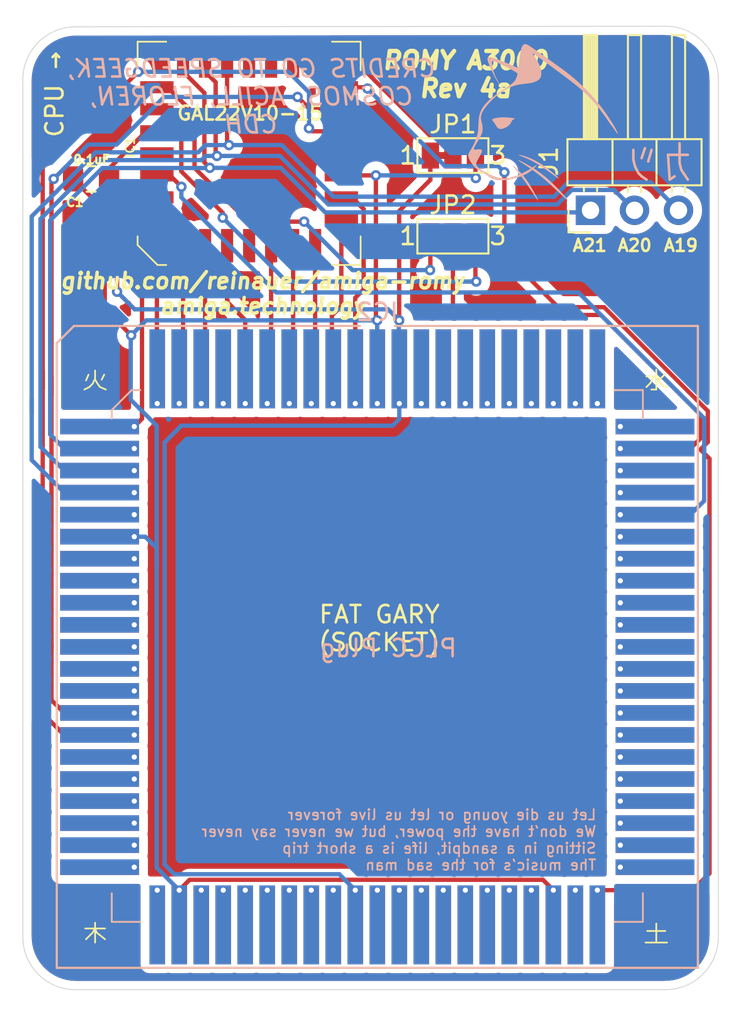
<source format=kicad_pcb>
(kicad_pcb (version 20210228) (generator pcbnew)
  (layers (0 "F.Cu" signal) (31 "B.Cu" signal) (34 "B.Paste" user) (35 "F.Paste" user) (36 "B.SilkS" user "B.Silkscreen") (37 "F.SilkS" user "F.Silkscreen") (38 "B.Mask" user) (39 "F.Mask" user) (44 "Edge.Cuts" user))
  (net 0 "")
  (net 1 "Net-(C1-Pad2)")
  (net 2 "Net-(C1-Pad1)")
  (net 3 "Net-(IC1-Pad25)")
  (net 4 "Net-(IC1-Pad24)")
  (net 5 "Net-(IC1-Pad23)")
  (net 9 "Net-(IC1-Pad19)")
  (net 10 "Net-(IC1-Pad18)")
  (net 11 "Net-(IC1-Pad17)")
  (net 12 "Net-(IC1-Pad16)")
  (net 14 "Net-(IC1-Pad13)")
  (net 15 "Net-(IC1-Pad12)")
  (net 16 "Net-(IC1-Pad11)")
  (net 17 "Net-(IC1-Pad10)")
  (net 18 "Net-(IC1-Pad9)")
  (net 20 "Net-(IC1-Pad7)")
  (net 21 "Net-(IC1-Pad6)")
  (net 22 "Net-(IC1-Pad5)")
  (net 23 "Net-(IC1-Pad26)")
  (net 24 "Net-(IC1-Pad27)")
  (net 25 "Net-(IC1-Pad4)")
  (net 26 "Net-(IC1-Pad3)")
  (net 27 "Net-(IC1-Pad2)")
  (net 39 "Net-(IC2-Pad73)")
  (footprint "amiga-romy:SolderJumper-3_P1.3mm_Closed_12_Pad1.0x1.5mm_NumberLabels" (layer "F.Cu") (at 109.9058 38.2778)
    (fp_text reference "JP1")
    (fp_text value "SolderJumper_3_Open")
  )
  (footprint "Capacitor_SMD:C_0805_2012Metric_Pad1.18x1.45mm_HandSolder" (layer "F.Cu") (at 89.027 39.624)
    (fp_text reference "C1")
    (fp_text value "0.1uF")
  )
  (footprint "Connector_PinHeader_2.54mm:PinHeader_1x03_P2.54mm_Horizontal" (layer "F.Cu") (at 117.8456 41.4336 90)
    (fp_text reference "J1")
    (fp_text value "Conn_01x03_Male")
  )
  (footprint "amiga-romy:SolderJumper-3_P1.3mm_Closed_23_Pad1.0x1.5mm_NumberLabels" (layer "F.Cu") (at 109.9058 42.926)
    (fp_text reference "JP2")
    (fp_text value "SolderJumper_3_Open")
  )
  (footprint "Package_LCC:PLCC-28" (layer "F.Cu") (at 98.1456 38.1508 90)
    (fp_text reference "IC1")
    (fp_text value "GAL22V10")
  )
  (footprint "amiga-romy:APW9328TH" (layer "B.Cu") (at 105.5418 66.5982 180)
    (fp_text reference "IC2")
    (fp_text value "FAT_GARY")
  )
  (gr_poly (pts (xy 114.012422 31.86465) (xy 114.009376 31.866259) (xy 114.006081 31.86816) (xy 114.00257 31.870332) (xy 113.998873 31.872753) (xy 113.995023 31.875402) (xy 113.991052 31.878256) (xy 113.986993 31.881294) (xy 113.982877 31.884494) (xy 113.978735 31.887835) (xy 113.974601 31.891295) (xy 113.970507 31.894852) (xy 113.966483 31.898484) (xy 113.962563 31.90217) (xy 113.958779 31.905888) (xy 113.955162 31.909616) (xy 113.951744 31.913333) (xy 113.942836 31.92332) (xy 113.934226 31.933882) (xy 113.925895 31.945094) (xy 113.917828 31.957034) (xy 113.910006 31.969776) (xy 113.902414 31.983395) (xy 113.895033 31.997966) (xy 113.887847 32.013567) (xy 113.880839 32.030271) (xy 113.873992 32.048154) (xy 113.860711 32.08776) (xy 113.847868 32.132989) (xy 113.835327 32.184443) (xy 113.822952 32.242728) (xy 113.810605 32.308445) (xy 113.798151 32.382199) (xy 113.785453 32.464593) (xy 113.772375 32.556231) (xy 113.75878 32.657717) (xy 113.729494 32.892645) (xy 113.713619 33.021927) (xy 113.699861 33.128389) (xy 113.689806 33.201116) (xy 113.685044 33.229195) (xy 113.684556 33.229423) (xy 113.683629 33.229449) (xy 113.680502 33.228915) (xy 113.675755 33.22763) (xy 113.669478 33.225634) (xy 113.652699 33.219657) (xy 113.630892 33.211291) (xy 113.604787 33.200842) (xy 113.575109 33.188614) (xy 113.542588 33.174915) (xy 113.507949 33.160051) (xy 113.053517 32.965218) (xy 112.747449 32.838582) (xy 112.627211 32.791721) (xy 112.516655 32.750972) (xy 112.288044 32.673217) (xy 112.249157 32.661049) (xy 112.207269 32.649162) (xy 112.164206 32.63797) (xy 112.121797 32.627885) (xy 112.081869 32.619322) (xy 112.046248 32.612694) (xy 112.016762 32.608414) (xy 112.004891 32.607283) (xy 111.995238 32.606895) (xy 111.988799 32.607098) (xy 111.982217 32.60769) (xy 111.975551 32.608648) (xy 111.968857 32.609949) (xy 111.962192 32.611567) (xy 111.955613 32.613481) (xy 111.949176 32.615665) (xy 111.942939 32.618096) (xy 111.936958 32.62075) (xy 111.93129 32.623604) (xy 111.925993 32.626633) (xy 111.921122 32.629814) (xy 111.916735 32.633124) (xy 111.912888 32.636538) (xy 111.909639 32.640032) (xy 111.907044 32.643583) (xy 111.905708 32.645923) (xy 111.90448 32.648569) (xy 111.902339 32.654729) (xy 111.900616 32.661964) (xy 111.899305 32.670174) (xy 111.898398 32.679261) (xy 111.897891 32.689125) (xy 111.897776 32.699667) (xy 111.898048 32.710788) (xy 111.8987 32.722388) (xy 111.899726 32.734369) (xy 111.901121 32.746631) (xy 111.902877 32.759074) (xy 111.904988 32.771601) (xy 111.907449 32.784111) (xy 111.910253 32.796505) (xy 111.913394 32.808684) (xy 111.927522 32.85525) (xy 111.945588 32.908429) (xy 111.992085 33.031441) (xy 112.049993 33.171353) (xy 112.116417 33.321799) (xy 112.188464 33.476412) (xy 112.263239 33.628826) (xy 112.337849 33.772674) (xy 112.409399 33.901589) (xy 112.442913 33.957272) (xy 112.47947 34.014732) (xy 112.516754 34.07072) (xy 112.552451 34.121987) (xy 112.584245 34.165284) (xy 112.609821 34.19736) (xy 112.619554 34.208176) (xy 112.626865 34.214968) (xy 112.629521 34.216728) (xy 112.631463 34.21733) (xy 112.632655 34.216723) (xy 112.63306 34.214856) (xy 112.632719 34.213502) (xy 112.631715 34.211066) (xy 112.627857 34.203192) (xy 112.62175 34.191713) (xy 112.613658 34.177109) (xy 112.603846 34.159858) (xy 112.592579 34.140442) (xy 112.580122 34.119339) (xy 112.566738 34.097028) (xy 112.496496 33.976373) (xy 112.435009 33.864018) (xy 112.381509 33.758147) (xy 112.357514 33.707073) (xy 112.335228 33.656938) (xy 112.314554 33.607514) (xy 112.295396 33.558574) (xy 112.277658 33.50989) (xy 112.261244 33.461234) (xy 112.246058 33.412381) (xy 112.232003 33.363102) (xy 112.218984 33.313169) (xy 112.206905 33.262356) (xy 112.19024 33.183831) (xy 112.177305 33.112525) (xy 112.168123 33.048775) (xy 112.164947 33.01984) (xy 112.16272 32.992922) (xy 112.161443 32.968062) (xy 112.16112 32.945304) (xy 112.161754 32.924689) (xy 112.163348 32.90626) (xy 112.165905 32.890059) (xy 112.169429 32.876129) (xy 112.173922 32.864512) (xy 112.179388 32.85525) (xy 112.18124 32.852871) (xy 112.183223 32.850628) (xy 112.185336 32.848523) (xy 112.187577 32.846553) (xy 112.189945 32.844721) (xy 112.192439 32.843026) (xy 112.195057 32.841468) (xy 112.197799 32.840048) (xy 112.200663 32.838765) (xy 112.203647 32.837619) (xy 112.206751 32.836611) (xy 112.209973 32.835741) (xy 112.213311 32.835009) (xy 112.216765 32.834416) (xy 112.220334 32.83396) (xy 112.224015 32.833643) (xy 112.227808 32.833464) (xy 112.231711 32.833424) (xy 112.235723 32.833522) (xy 112.239843 32.83376) (xy 112.244069 32.834136) (xy 112.248401 32.834652) (xy 112.257374 32.836101) (xy 112.266753 32.838108) (xy 112.276526 32.840675) (xy 112.286684 32.843801) (xy 112.297216 32.847489) (xy 112.356648 32.871247) (xy 112.442208 32.908696) (xy 112.547347 32.956729) (xy 112.665516 33.012236) (xy 112.914754 33.133239) (xy 113.032725 33.192517) (xy 113.137533 33.246833) (xy 113.23406 33.29877) (xy 113.325685 33.349856) (xy 113.40995 33.398576) (xy 113.484402 33.443419) (xy 113.546583 33.482871) (xy 113.594038 33.515419) (xy 113.611476 33.528631) (xy 113.624312 33.53955) (xy 113.632239 33.547986) (xy 113.634949 33.55375) (xy 113.634827 33.555419) (xy 113.634469 33.558008) (xy 113.633086 33.565723) (xy 113.630894 33.576447) (xy 113.627982 33.589734) (xy 113.624442 33.605138) (xy 113.620364 33.622211) (xy 113.61584 33.640509) (xy 113.610961 33.659584) (xy 113.600275 33.699038) (xy 113.589039 33.736302) (xy 113.577133 33.771565) (xy 113.564438 33.805016) (xy 113.550833 33.836848) (xy 113.536199 33.867249) (xy 113.520416 33.896409) (xy 113.503363 33.92452) (xy 113.484922 33.951771) (xy 113.464971 33.978352) (xy 113.443392 34.004453) (xy 113.420064 34.030265) (xy 113.394867 34.055978) (xy 113.367682 34.081782) (xy 113.338388 34.107867) (xy 113.306866 34.134423) (xy 113.272127 34.162434) (xy 113.237446 34.189445) (xy 113.199177 34.218027) (xy 113.153672 34.250751) (xy 113.097287 34.290189) (xy 113.026375 34.338913) (xy 112.826383 34.474501) (xy 112.643039 34.599099) (xy 112.48808 34.706242) (xy 112.357214 34.799182) (xy 112.246151 34.881165) (xy 112.1506 34.955443) (xy 112.066268 35.025264) (xy 111.988865 35.093878) (xy 111.914099 35.164534) (xy 111.878621 35.199822) (xy 111.844419 35.235307) (xy 111.811496 35.270986) (xy 111.779856 35.306858) (xy 111.749502 35.342919) (xy 111.720437 35.379169) (xy 111.692663 35.415604) (xy 111.666185 35.452224) (xy 111.641004 35.489026) (xy 111.617125 35.526007) (xy 111.59455 35.563166) (xy 111.573283 35.600501) (xy 111.553326 35.638009) (xy 111.534683 35.67569) (xy 111.517356 35.713539) (xy 111.501349 35.751556) (xy 111.485793 35.79161) (xy 111.471618 35.830589) (xy 111.458752 35.868957) (xy 111.447121 35.907175) (xy 111.436651 35.945708) (xy 111.42727 35.985018) (xy 111.418904 36.025568) (xy 111.411479 36.067821) (xy 111.404923 36.112241) (xy 111.399161 36.15929) (xy 111.394121 36.209431) (xy 111.389728 36.263128) (xy 111.385911 36.320843) (xy 111.382594 36.383039) (xy 111.377172 36.522728) (xy 111.374101 36.606049) (xy 111.370601 36.679306) (xy 111.366506 36.744147) (xy 111.361649 36.802216) (xy 111.355867 36.855159) (xy 111.348993 36.904621) (xy 111.340863 36.952247) (xy 111.33131 36.999684) (xy 111.318799 37.053878) (xy 111.304604 37.109159) (xy 111.288814 37.165306) (xy 111.271515 37.222099) (xy 111.232737 37.336742) (xy 111.188965 37.451328) (xy 111.140893 37.564094) (xy 111.089217 37.67328) (xy 111.062244 37.72598) (xy 111.03463 37.777125) (xy 111.006462 37.826494) (xy 110.977827 37.873867) (xy 110.902697 37.9953) (xy 110.877356 38.037144) (xy 110.858324 38.06957) (xy 110.844219 38.094953) (xy 110.833662 38.115663) (xy 110.825271 38.134075) (xy 110.817666 38.152561) (xy 110.810119 38.173215) (xy 110.803891 38.1937) (xy 110.798994 38.214113) (xy 110.795441 38.234549) (xy 110.793244 38.255106) (xy 110.792415 38.275878) (xy 110.792967 38.296962) (xy 110.794912 38.318455) (xy 110.798263 38.340452) (xy 110.803031 38.36305) (xy 110.80923 38.386344) (xy 110.816872 38.410431) (xy 110.825969 38.435407) (xy 110.836534 38.461368) (xy 110.848579 38.488409) (xy 110.862116 38.516628) (xy 110.876459 38.545031) (xy 110.891926 38.573825) (xy 110.908451 38.602921) (xy 110.925969 38.632229) (xy 110.944412 38.661662) (xy 110.963716 38.691129) (xy 110.983813 38.720543) (xy 111.004638 38.749814) (xy 111.026125 38.778854) (xy 111.048206 38.807573) (xy 111.070817 38.835884) (xy 111.093891 38.863695) (xy 111.117362 38.89092) (xy 111.141163 38.917469) (xy 111.165229 38.943253) (xy 111.189494 38.968183) (xy 111.211859 38.990182) (xy 111.233579 39.010754) (xy 111.25485 39.030028) (xy 111.275869 39.048132) (xy 111.296835 39.065194) (xy 111.317945 39.081343) (xy 111.339396 39.096706) (xy 111.361385 39.111412) (xy 111.38411 39.125588) (xy 111.407768 39.139364) (xy 111.432557 39.152867) (xy 111.458674 39.166225) (xy 111.486317 39.179566) (xy 111.515682 39.193019) (xy 111.546968 39.206712) (xy 111.580372 39.220773) (xy 111.617354 39.23645) (xy 111.633961 39.243965) (xy 111.649615 39.251465) (xy 111.664547 39.259096) (xy 111.678983 39.267009) (xy 111.693152 39.275351) (xy 111.707283 39.284273) (xy 111.721605 39.293922) (xy 111.736345 39.304447) (xy 111.751732 39.315998) (xy 111.767994 39.328723) (xy 111.78536 39.342771) (xy 111.804059 39.35829) (xy 111.846366 39.394339) (xy 111.883577 39.42565) (xy 111.919922 39.454817) (xy 111.955573 39.481933) (xy 111.990707 39.507085) (xy 112.025498 39.530365) (xy 112.06012 39.551862) (xy 112.094749 39.571666) (xy 112.129558 39.589867) (xy 112.164723 39.606554) (xy 112.200419 39.621819) (xy 112.236819 39.635751) (xy 112.274098 39.648439) (xy 112.312432 39.659973) (xy 112.351994 39.670444) (xy 112.392961 39.679942) (xy 112.435505 39.688556) (xy 112.456285 39.69178) (xy 112.481954 39.694575) (xy 112.545428 39.698875) (xy 112.620858 39.701455) (xy 112.703175 39.702315) (xy 112.787311 39.701455) (xy 112.868198 39.698875) (xy 112.940767 39.694575) (xy 112.999949 39.688556) (xy 113.091458 39.675017) (xy 113.183008 39.659352) (xy 113.273979 39.641687) (xy 113.363752 39.622146) (xy 113.451705 39.600851) (xy 113.537219 39.577927) (xy 113.619674 39.553499) (xy 113.69845 39.52769) (xy 113.833211 39.481828) (xy 113.8363 39.482341) (xy 113.841039 39.485424) (xy 113.855291 39.499048) (xy 113.87561 39.522198) (xy 113.901638 39.554368) (xy 113.969401 39.643753) (xy 114.055725 39.763168) (xy 114.157759 39.908579) (xy 114.27265 40.07595) (xy 114.397546 40.261246) (xy 114.529594 40.460434) (xy 114.674993 40.680534) (xy 114.763045 40.810478) (xy 114.79005 40.848028) (xy 114.808101 40.870703) (xy 114.814329 40.877262) (xy 114.818992 40.881059) (xy 114.822313 40.882416) (xy 114.824516 40.881651) (xy 114.82512 40.880704) (xy 114.825476 40.879321) (xy 114.825586 40.877503) (xy 114.825449 40.875252) (xy 114.82444 40.869457) (xy 114.822455 40.86195) (xy 114.819498 40.852744) (xy 114.815574 40.841851) (xy 114.810689 40.829287) (xy 114.804849 40.815064) (xy 114.798057 40.799195) (xy 114.79032 40.781695) (xy 114.772029 40.741851) (xy 114.750018 40.695642) (xy 114.724327 40.643173) (xy 114.645067 40.487817) (xy 114.561201 40.333115) (xy 114.473415 40.180181) (xy 114.382397 40.030134) (xy 114.288833 39.884088) (xy 114.193408 39.74316) (xy 114.096809 39.608466) (xy 113.999722 39.481123) (xy 113.959505 39.430323) (xy 114.066749 39.37529) (xy 114.115692 39.349627) (xy 114.1605 39.325162) (xy 114.202133 39.30131) (xy 114.241551 39.277482) (xy 114.279711 39.253092) (xy 114.317574 39.227553) (xy 114.356099 39.200277) (xy 114.396244 39.170679) (xy 114.43043 39.145245) (xy 114.459126 39.124376) (xy 114.470527 39.116335) (xy 114.479488 39.110254) (xy 114.485655 39.106405) (xy 114.487579 39.105403) (xy 114.488672 39.105061) (xy 114.492629 39.10698) (xy 114.501282 39.112508) (xy 114.530818 39.133019) (xy 114.573566 39.163849) (xy 114.625814 39.202252) (xy 114.743961 39.290799) (xy 114.802436 39.335453) (xy 114.85556 39.3767) (xy 114.981539 39.476655) (xy 115.099804 39.57322) (xy 115.220896 39.675771) (xy 115.355359 39.793684) (xy 115.513732 39.936336) (xy 115.70656 40.113102) (xy 116.237744 40.606484) (xy 116.328627 40.690696) (xy 116.402172 40.757363) (xy 116.458965 40.806931) (xy 116.481263 40.825442) (xy 116.499593 40.839846) (xy 116.514029 40.850199) (xy 116.524645 40.856556) (xy 116.531512 40.858974) (xy 116.533564 40.858723) (xy 116.534706 40.857507) (xy 116.534947 40.855335) (xy 116.534298 40.852212) (xy 116.530363 40.843145) (xy 116.522975 40.830362) (xy 116.512205 40.813917) (xy 116.49195 40.785434) (xy 116.466877 40.752373) (xy 116.403715 40.674118) (xy 116.325587 40.582353) (xy 116.235363 40.480278) (xy 116.135911 40.371091) (xy 116.030101 40.257994) (xy 115.920802 40.144186) (xy 115.810883 40.032867) (xy 115.671107 39.895498) (xy 115.536036 39.767876) (xy 115.403429 39.648109) (xy 115.271045 39.534304) (xy 115.136643 39.424567) (xy 114.997984 39.317004) (xy 114.852825 39.209723) (xy 114.698927 39.100829) (xy 114.657476 39.072661) (xy 114.622375 39.049058) (xy 114.597327 39.032466) (xy 114.586038 39.025334) (xy 114.585593 39.025121) (xy 114.585315 39.024751) (xy 114.585201 39.024225) (xy 114.585249 39.023548) (xy 114.585455 39.022721) (xy 114.585817 39.021749) (xy 114.586332 39.020635) (xy 114.586997 39.019381) (xy 114.588769 39.016466) (xy 114.591111 39.013031) (xy 114.594 39.009099) (xy 114.597415 39.004696) (xy 114.601335 38.999847) (xy 114.605737 38.994576) (xy 114.610601 38.988908) (xy 114.615903 38.982868) (xy 114.621623 38.976481) (xy 114.627739 38.969771) (xy 114.634229 38.962764) (xy 114.641072 38.955484) (xy 114.664301 38.93098) (xy 114.685092 38.908013) (xy 114.703121 38.886998) (xy 114.718065 38.868348) (xy 114.72428 38.860039) (xy 114.729604 38.852476) (xy 114.733995 38.84571) (xy 114.737413 38.839795) (xy 114.739818 38.834781) (xy 114.741171 38.830719) (xy 114.74144 38.829062) (xy 114.74143 38.827663) (xy 114.741137 38.826527) (xy 114.740555 38.825662) (xy 114.739772 38.824997) (xy 114.73887 38.824463) (xy 114.737838 38.824066) (xy 114.736666 38.823811) (xy 114.735342 38.823706) (xy 114.733855 38.823756) (xy 114.732193 38.823969) (xy 114.730347 38.82435) (xy 114.728303 38.824905) (xy 114.726053 38.825642) (xy 114.723584 38.826566) (xy 114.720885 38.827683) (xy 114.717945 38.829001) (xy 114.714754 38.830524) (xy 114.711299 38.832261) (xy 114.70757 38.834216) (xy 114.699246 38.83881) (xy 114.689692 38.844355) (xy 114.678819 38.850902) (xy 114.666538 38.858503) (xy 114.652761 38.867207) (xy 114.637398 38.877066) (xy 114.620361 38.88813) (xy 114.601561 38.90045) (xy 114.494316 38.970301) (xy 114.412472 38.920206) (xy 114.309425 38.859524) (xy 114.198622 38.796833) (xy 114.085472 38.734952) (xy 113.97538 38.676701) (xy 113.873755 38.624899) (xy 113.786005 38.582366) (xy 113.717535 38.551921) (xy 113.692221 38.542113) (xy 113.673755 38.536384) (xy 113.652588 38.531445) (xy 113.666699 38.546968) (xy 113.671008 38.55155) (xy 113.676366 38.556637) (xy 113.682929 38.562338) (xy 113.690854 38.568762) (xy 113.700295 38.576017) (xy 113.71141 38.584211) (xy 113.724354 38.593454) (xy 113.739283 38.603853) (xy 113.775723 38.628554) (xy 113.821977 38.659183) (xy 113.879293 38.69661) (xy 113.948922 38.7417) (xy 114.117538 38.850764) (xy 114.258043 38.943225) (xy 114.35423 39.008301) (xy 114.38064 39.027201) (xy 114.389894 39.035212) (xy 114.389179 39.036311) (xy 114.387079 39.038132) (xy 114.378983 39.04379) (xy 114.349038 39.062166) (xy 114.304243 39.088033) (xy 114.248783 39.119084) (xy 114.18684 39.153013) (xy 114.122599 39.187512) (xy 114.060242 39.220275) (xy 114.003955 39.248995) (xy 113.907294 39.296884) (xy 113.877352 39.311404) (xy 113.865666 39.316728) (xy 113.864865 39.316142) (xy 113.863026 39.314423) (xy 113.85645 39.30781) (xy 113.846368 39.297344) (xy 113.833211 39.283479) (xy 113.799388 39.247375) (xy 113.758422 39.203134) (xy 113.702482 39.143844) (xy 113.643879 39.084545) (xy 113.58531 39.027678) (xy 113.529469 38.97568) (xy 113.479052 38.930992) (xy 113.436754 38.896052) (xy 113.419493 38.882999) (xy 113.405272 38.873299) (xy 113.394428 38.867255) (xy 113.390378 38.865699) (xy 113.387299 38.865173) (xy 113.385265 38.865288) (xy 113.384365 38.865439) (xy 113.383545 38.865657) (xy 113.382811 38.865948) (xy 113.382164 38.866315) (xy 113.381607 38.866764) (xy 113.381145 38.867297) (xy 113.38078 38.867921) (xy 113.380514 38.868638) (xy 113.380352 38.869454) (xy 113.380295 38.870372) (xy 113.380348 38.871398) (xy 113.380513 38.872535) (xy 113.380793 38.873788) (xy 113.381192 38.875161) (xy 113.382357 38.878285) (xy 113.384032 38.881942) (xy 113.386242 38.886166) (xy 113.389011 38.890994) (xy 113.392364 38.89646) (xy 113.396326 38.902598) (xy 113.400921 38.909443) (xy 113.406173 38.917031) (xy 113.412108 38.925396) (xy 113.418749 38.934573) (xy 113.426121 38.944597) (xy 113.434249 38.955503) (xy 113.452871 38.9801) (xy 113.474811 39.008643) (xy 113.500264 39.041411) (xy 113.529428 39.078683) (xy 113.562498 39.120739) (xy 113.599672 39.167856) (xy 113.658376 39.242965) (xy 113.706299 39.305175) (xy 113.738479 39.347938) (xy 113.747115 39.359981) (xy 113.749955 39.364706) (xy 113.747289 39.366829) (xy 113.740367 39.37044) (xy 113.715449 39.381474) (xy 113.678592 39.396494) (xy 113.633185 39.414183) (xy 113.58262 39.433229) (xy 113.530285 39.452316) (xy 113.47957 39.47013) (xy 113.433866 39.485356) (xy 113.370695 39.504911) (xy 113.308407 39.522301) (xy 113.246941 39.53753) (xy 113.186238 39.550598) (xy 113.126238 39.561508) (xy 113.066881 39.570263) (xy 113.008106 39.576863) (xy 112.949855 39.581312) (xy 112.892067 39.58361) (xy 112.834681 39.583762) (xy 112.777639 39.581767) (xy 112.72088 39.577629) (xy 112.664344 39.57135) (xy 112.607972 39.562931) (xy 112.551703 39.552375) (xy 112.495477 39.539684) (xy 112.423239 39.52022) (xy 112.347517 39.496485) (xy 112.269063 39.468872) (xy 112.188627 39.437775) (xy 112.106958 39.403585) (xy 112.024808 39.366696) (xy 111.942927 39.3275) (xy 111.862065 39.286389) (xy 111.782972 39.243758) (xy 111.706399 39.199997) (xy 111.633096 39.155501) (xy 111.563813 39.110662) (xy 111.499301 39.065872) (xy 111.440311 39.021525) (xy 111.387591 38.978013) (xy 111.341894 38.935729) (xy 111.327494 38.921048) (xy 111.314439 38.906854) (xy 111.302701 38.893072) (xy 111.292251 38.879626) (xy 111.283063 38.86644) (xy 111.275107 38.853439) (xy 111.268357 38.840547) (xy 111.262783 38.82769) (xy 111.260429 38.821251) (xy 111.258359 38.814791) (xy 111.25657 38.808303) (xy 111.255057 38.801776) (xy 111.253817 38.795201) (xy 111.252848 38.788568) (xy 111.251704 38.775093) (xy 111.251598 38.761275) (xy 111.252502 38.747038) (xy 111.254388 38.732307) (xy 111.257227 38.717006) (xy 111.259744 38.706697) (xy 111.263307 38.694862) (xy 111.267887 38.681562) (xy 111.273455 38.666856) (xy 111.279982 38.650808) (xy 111.287439 38.633476) (xy 111.305029 38.595209) (xy 111.325991 38.552544) (xy 111.350096 38.505968) (xy 111.377111 38.455968) (xy 111.406805 38.403034) (xy 111.462398 38.303635) (xy 111.506399 38.221011) (xy 111.524295 38.185342) (xy 111.539584 38.153089) (xy 111.552365 38.123993) (xy 111.562733 38.097793) (xy 111.570786 38.07423) (xy 111.576621 38.053046) (xy 111.580335 38.033981) (xy 111.582025 38.016775) (xy 111.581789 38.001169) (xy 111.579724 37.986903) (xy 111.575926 37.973719) (xy 111.570494 37.961356) (xy 111.568073 37.956909) (xy 111.565432 37.952696) (xy 111.562556 37.948714) (xy 111.559432 37.944961) (xy 111.556047 37.941435) (xy 111.552385 37.938134) (xy 111.548434 37.935055) (xy 111.544179 37.932197) (xy 111.539607 37.929556) (xy 111.534704 37.927131) (xy 111.529455 37.924921) (xy 111.523849 37.922921) (xy 111.517869 37.921131) (xy 111.511503 37.919548) (xy 111.504737 37.91817) (xy 111.497557 37.916994) (xy 111.489949 37.916019) (xy 111.481899 37.915242) (xy 111.473394 37.914662) (xy 111.464419 37.914275) (xy 111.454962 37.91408) (xy 111.445007 37.914075) (xy 111.434541 37.914257) (xy 111.423551 37.914624) (xy 111.399941 37.915905) (xy 111.374067 37.9179) (xy 111.345818 37.920591) (xy 111.315083 37.923962) (xy 111.273879 37.928257) (xy 111.238001 37.931072) (xy 111.207282 37.932383) (xy 111.193805 37.932466) (xy 111.181556 37.932164) (xy 111.170515 37.931473) (xy 111.16066 37.93039) (xy 111.151971 37.928913) (xy 111.144426 37.927037) (xy 111.138007 37.924761) (xy 111.132691 37.922081) (xy 111.128458 37.918993) (xy 111.125288 37.915495) (xy 111.122886 37.912003) (xy 111.120844 37.908257) (xy 111.119172 37.904237) (xy 111.11788 37.899922) (xy 111.116976 37.89529) (xy 111.11647 37.89032) (xy 111.116372 37.88499) (xy 111.116689 37.87928) (xy 111.117433 37.873168) (xy 111.118612 37.866632) (xy 111.120235 37.859652) (xy 111.122312 37.852206) (xy 111.124852 37.844272) (xy 111.127864 37.83583) (xy 111.131358 37.826858) (xy 111.135342 37.817335) (xy 111.144822 37.796549) (xy 111.156377 37.773302) (xy 111.170081 37.747424) (xy 111.18601 37.718744) (xy 111.204237 37.687092) (xy 111.224838 37.652297) (xy 111.247885 37.614188) (xy 111.273455 37.572595) (xy 111.33636 37.469286) (xy 111.390665 37.377421) (xy 111.437166 37.295477) (xy 111.476655 37.221934) (xy 111.509926 37.15527) (xy 111.537774 37.093964) (xy 111.560991 37.036494) (xy 111.580372 36.98134) (xy 111.591823 36.944569) (xy 111.600943 36.912471) (xy 111.604706 36.897628) (xy 111.607979 36.883299) (xy 111.610794 36.869266) (xy 111.61318 36.85531) (xy 111.615169 36.841213) (xy 111.616793 36.826758) (xy 111.618082 36.811726) (xy 111.619067 36.7959) (xy 111.620249 36.76099) (xy 111.620588 36.720284) (xy 111.620266 36.678717) (xy 111.619067 36.642276) (xy 111.61803 36.625182) (xy 111.616644 36.608415) (xy 111.614866 36.591656) (xy 111.612651 36.574587) (xy 111.609956 36.556889) (xy 111.606739 36.538245) (xy 111.598562 36.496843) (xy 111.587772 36.447835) (xy 111.574022 36.388673) (xy 111.561599 36.334479) (xy 111.551234 36.286775) (xy 111.542805 36.244843) (xy 111.536186 36.207962) (xy 111.531254 36.175414) (xy 111.527885 36.14648) (xy 111.525954 36.120439) (xy 111.525338 36.096573) (xy 111.526798 36.055397) (xy 111.531229 36.013788) (xy 111.53871 35.971597) (xy 111.549316 35.928672) (xy 111.563127 35.884863) (xy 111.580219 35.840018) (xy 111.60067 35.793986) (xy 111.624557 35.746617) (xy 111.651958 35.69776) (xy 111.682951 35.647263) (xy 111.717613 35.594977) (xy 111.756022 35.540749) (xy 111.798254 35.48443) (xy 111.844389 35.425867) (xy 111.894502 35.364912) (xy 111.948672 35.301411) (xy 111.989365 35.256417) (xy 112.039666 35.203262) (xy 112.096681 35.144832) (xy 112.157516 35.084012) (xy 112.219277 35.023689) (xy 112.27907 34.966747) (xy 112.334001 34.916072) (xy 112.381177 34.87455) (xy 112.452452 34.815176) (xy 112.525128 34.75777) (xy 112.599023 34.702431) (xy 112.67395 34.649258) (xy 112.749724 34.59835) (xy 112.826161 34.549807) (xy 112.903075 34.503729) (xy 112.980282 34.460213) (xy 113.057596 34.41936) (xy 113.134833 34.381268) (xy 113.211807 34.346037) (xy 113.288334 34.313766) (xy 113.364228 34.284554) (xy 113.439305 34.258501) (xy 113.513379 34.235706) (xy 113.586266 34.216267) (xy 113.633731 34.205218) (xy 113.680766 34.195211) (xy 113.728794 34.18603) (xy 113.779236 34.177462) (xy 113.833514 34.16929) (xy 113.893051 34.1613) (xy 113.959268 34.153277) (xy 114.033588 34.145006) (xy 114.140905 34.133096) (xy 114.232643 34.121954) (xy 114.311153 34.11116) (xy 114.378781 34.100291) (xy 114.437877 34.088927) (xy 114.490788 34.076644) (xy 114.539863 34.063022) (xy 114.587449 34.047639) (xy 114.638234 34.029517) (xy 114.682314 34.012329) (xy 114.702182 34.003901) (xy 114.720787 33.995487) (xy 114.738265 33.987014) (xy 114.754754 33.978407) (xy 114.770392 33.969593) (xy 114.785315 33.960499) (xy 114.799662 33.951052) (xy 114.813569 33.941178) (xy 114.827175 33.930803) (xy 114.840616 33.919855) (xy 114.85403 33.90826) (xy 114.867555 33.895945) (xy 114.878405 33.885606) (xy 114.888741 33.875212) (xy 114.898577 33.864742) (xy 114.907926 33.854174) (xy 114.916805 33.843486) (xy 114.925226 33.832656) (xy 114.933205 33.821663) (xy 114.940757 33.810484) (xy 114.947894 33.7991) (xy 114.954633 33.787486) (xy 114.960988 33.775623) (xy 114.966972 33.763488) (xy 114.972601 33.751059) (xy 114.977889 33.738315) (xy 114.98285 33.725234) (xy 114.9875 33.711795) (xy 114.99318 33.693723) (xy 114.995546 33.685542) (xy 114.99762 33.677686) (xy 114.999421 33.66997) (xy 115.000969 33.66221) (xy 115.00228 33.654224) (xy 115.003375 33.645825) (xy 115.004271 33.636832) (xy 115.004987 33.627059) (xy 115.005542 33.616323) (xy 115.005954 33.60444) (xy 115.006426 33.576496) (xy 115.00655 33.541756) (xy 115.006106 33.494368) (xy 115.0053 33.472148) (xy 115.004058 33.450651) (xy 115.002345 33.429683) (xy 115.000125 33.409051) (xy 114.997364 33.388559) (xy 114.994026 33.368013) (xy 114.990076 33.347219) (xy 114.985479 33.325982) (xy 114.9802 33.30411) (xy 114.974204 33.281406) (xy 114.959919 33.232728) (xy 114.942344 33.178395) (xy 114.931357 33.146335) (xy 114.919765 33.114601) (xy 114.907476 33.083022) (xy 114.894399 33.051428) (xy 114.880442 33.019647) (xy 114.865511 32.98751) (xy 114.849517 32.954846) (xy 114.832365 32.921484) (xy 114.813966 32.887254) (xy 114.794225 32.851986) (xy 114.750356 32.77765) (xy 114.70002 32.697113) (xy 114.642483 32.609011) (xy 114.575687 32.507081) (xy 114.553322 32.472114) (xy 114.537267 32.446028) (xy 114.526734 32.427482) (xy 114.52094 32.415138) (xy 114.519574 32.410873) (xy 114.519097 32.407655) (xy 114.519413 32.405318) (xy 114.520422 32.403695) (xy 114.522682 32.40255) (xy 114.526207 32.402462) (xy 114.531078 32.403486) (xy 114.537371 32.405676) (xy 114.545168 32.409089) (xy 114.554547 32.413781) (xy 114.578365 32.427221) (xy 114.60946 32.44644) (xy 114.648463 32.471883) (xy 114.696008 32.503994) (xy 114.752726 32.543218) (xy 114.81925 32.59) (xy 114.896213 32.644783) (xy 115.083984 32.780131) (xy 115.3211 32.952818) (xy 115.612622 33.1664) (xy 116.394564 33.745242) (xy 116.694143 33.972875) (xy 116.945857 34.1697) (xy 117.159504 34.343507) (xy 117.344882 34.502083) (xy 117.511788 34.653218) (xy 117.670022 34.8047) (xy 117.779935 34.91464) (xy 117.883507 35.022232) (xy 117.982797 35.12989) (xy 118.079862 35.240028) (xy 118.176761 35.355061) (xy 118.275554 35.477403) (xy 118.378299 35.609469) (xy 118.487055 35.753673) (xy 118.575184 35.873308) (xy 118.675086 36.01173) (xy 118.814676 36.208095) (xy 119.021866 36.501562) (xy 119.175942 36.717969) (xy 119.239998 36.805841) (xy 119.295092 36.879739) (xy 119.340992 36.93935) (xy 119.377466 36.98436) (xy 119.404282 37.014453) (xy 119.413997 37.023809) (xy 119.42121 37.029317) (xy 119.423825 37.031042) (xy 119.426122 37.032502) (xy 119.428112 37.033678) (xy 119.428997 37.034154) (xy 119.42981 37.034553) (xy 119.430552 37.034873) (xy 119.431226 37.035111) (xy 119.431832 37.035264) (xy 119.432373 37.035332) (xy 119.43285 37.035311) (xy 119.433264 37.0352) (xy 119.433617 37.034996) (xy 119.433911 37.034697) (xy 119.434147 37.034301) (xy 119.434326 37.033805) (xy 119.434451 37.033208) (xy 119.434523 37.032507) (xy 119.434543 37.0317) (xy 119.434512 37.030786) (xy 119.434433 37.02976) (xy 119.434308 37.028623) (xy 119.433921 37.026001) (xy 119.433365 37.022902) (xy 119.432652 37.01931) (xy 119.431794 37.015206) (xy 119.429474 37.006737) (xy 119.425007 36.99452) (xy 119.410308 36.960184) (xy 119.389043 36.914883) (xy 119.362562 36.861307) (xy 119.33221 36.802141) (xy 119.299337 36.740072) (xy 119.26529 36.677789) (xy 119.231416 36.617978) (xy 119.121439 36.431753) (xy 119.005747 36.245842) (xy 118.88463 36.060592) (xy 118.758374 35.876351) (xy 118.62727 35.693466) (xy 118.491604 35.512285) (xy 118.351666 35.333153) (xy 118.207743 35.15642) (xy 118.060125 34.982432) (xy 117.909099 34.811536) (xy 117.754954 34.644079) (xy 117.597978 34.480409) (xy 117.438459 34.320874) (xy 117.276687 34.16582) (xy 117.112949 34.015594) (xy 116.947533 33.870545) (xy 116.791265 33.738483) (xy 116.63441 33.610581) (xy 116.46626 33.478891) (xy 116.276109 33.335469) (xy 116.053248 33.172369) (xy 115.786971 32.981644) (xy 115.46657 32.755349) (xy 115.081338 32.485539) (xy 114.548644 32.110184) (xy 114.452851 32.042488) (xy 114.372057 31.987318) (xy 114.304194 31.943509) (xy 114.274466 31.9255) (xy 114.247195 31.909894) (xy 114.222124 31.896546) (xy 114.198994 31.885308) (xy 114.177547 31.876037) (xy 114.157524 31.868586) (xy 114.138666 31.862809) (xy 114.120716 31.858561) (xy 114.103415 31.855695) (xy 114.086505 31.854067) (xy 114.074264 31.853509) (xy 114.068644 31.853411) (xy 114.063321 31.853439) (xy 114.058266 31.853594) (xy 114.053453 31.853881) (xy 114.048852 31.854302) (xy 114.044436 31.854861) (xy 114.040178 31.85556) (xy 114.036048 31.856403) (xy 114.03202 31.857392) (xy 114.028065 31.858532) (xy 114.024156 31.859824) (xy 114.020264 31.861273) (xy 114.016362 31.86288) (xy 114.012422 31.86465)) (layer "B.SilkS") (width 0.000705) (fill solid))
  (gr_poly (pts (xy 112.643644 36.078228) (xy 112.602684 36.082354) (xy 112.558591 36.087687) (xy 112.512861 36.093979) (xy 112.46699 36.100982) (xy 112.422476 36.108449) (xy 112.380813 36.11613) (xy 112.3435 36.123778) (xy 112.312033 36.131145) (xy 112.292782 36.136215) (xy 112.274976 36.141375) (xy 112.258602 36.146635) (xy 112.243649 36.152003) (xy 112.230106 36.157486) (xy 112.217961 36.163093) (xy 112.207203 36.168833) (xy 112.197821 36.174713) (xy 112.189803 36.180742) (xy 112.183138 36.186928) (xy 112.177814 36.193279) (xy 112.175652 36.19652) (xy 112.173821 36.199804) (xy 112.17232 36.203135) (xy 112.171146 36.206511) (xy 112.1703 36.209936) (xy 112.169779 36.213408) (xy 112.169582 36.216931) (xy 112.169708 36.220504) (xy 112.170155 36.224129) (xy 112.170922 36.227806) (xy 112.171686 36.229941) (xy 112.172905 36.232615) (xy 112.174551 36.23579) (xy 112.176599 36.239426) (xy 112.179024 36.243483) (xy 112.181798 36.247923) (xy 112.188296 36.257792) (xy 112.195885 36.26872) (xy 112.204358 36.280392) (xy 112.21351 36.292494) (xy 112.223133 36.304711) (xy 112.244925 36.332431) (xy 112.265179 36.358984) (xy 112.284475 36.38519) (xy 112.30339 36.411868) (xy 112.322503 36.439835) (xy 112.342394 36.469911) (xy 112.36364 36.502913) (xy 112.386822 36.539661) (xy 112.398583 36.55855) (xy 112.410066 36.576341) (xy 112.421294 36.593058) (xy 112.432286 36.608729) (xy 112.443063 36.623378) (xy 112.453645 36.637032) (xy 112.464054 36.649717) (xy 112.474311 36.661458) (xy 112.484434 36.672281) (xy 112.494446 36.682213) (xy 112.504368 36.691278) (xy 112.514218 36.699503) (xy 112.52402 36.706914) (xy 112.533792 36.713536) (xy 112.543556 36.719395) (xy 112.553333 36.724517) (xy 112.564005 36.729319) (xy 112.57511 36.733542) (xy 112.586635 36.737188) (xy 112.598565 36.74026) (xy 112.610889 36.742761) (xy 112.623592 36.744696) (xy 112.650082 36.746874) (xy 112.677928 36.746821) (xy 112.707023 36.744559) (xy 112.737258 36.740115) (xy 112.768527 36.733513) (xy 112.800722 36.724777) (xy 112.833736 36.713934) (xy 112.867461 36.701006) (xy 112.901789 36.68602) (xy 112.936613 36.669) (xy 112.971826 36.649971) (xy 113.007321 36.628957) (xy 113.042988 36.605984) (xy 113.063854 36.591706) (xy 113.083642 36.577384) (xy 113.102431 36.562926) (xy 113.120302 36.548238) (xy 113.137333 36.533229) (xy 113.153605 36.517803) (xy 113.169196 36.501869) (xy 113.184188 36.485334) (xy 113.198658 36.468104) (xy 113.212687 36.450086) (xy 113.226354 36.431188) (xy 113.239739 36.411317) (xy 113.252922 36.390378) (xy 113.265981 36.368281) (xy 113.278997 36.34493) (xy 113.292049 36.320234) (xy 113.300735 36.304151) (xy 113.309147 36.289433) (xy 113.317408 36.275974) (xy 113.32564 36.263668) (xy 113.333968 36.252408) (xy 113.342515 36.242087) (xy 113.351402 36.232599) (xy 113.360753 36.223837) (xy 113.370691 36.215696) (xy 113.381339 36.208068) (xy 113.392821 36.200848) (xy 113.405258 36.193928) (xy 113.418774 36.187203) (xy 113.433493 36.180565) (xy 113.449536 36.173909) (xy 113.467027 36.167128) (xy 113.508655 36.151606) (xy 113.481844 36.143139) (xy 113.461144 36.138085) (xy 113.429357 36.131674) (xy 113.389087 36.124337) (xy 113.342938 36.116505) (xy 113.293514 36.108606) (xy 113.243421 36.101071) (xy 113.195263 36.094329) (xy 113.151644 36.088812) (xy 113.102266 36.084161) (xy 113.039725 36.080312) (xy 112.968585 36.077339) (xy 112.89341 36.075318) (xy 112.818765 36.074321) (xy 112.749213 36.074425) (xy 112.689317 36.075702) (xy 112.643644 36.078228)) (layer "B.SilkS") (width 0.000705) (fill solid))
  (gr_poly (pts (xy 113.701977 38.240756) (xy 113.706257 38.244037) (xy 113.711939 38.247788) (xy 113.719004 38.252) (xy 113.727432 38.256664) (xy 113.737204 38.26177) (xy 113.7483 38.26731) (xy 113.774385 38.27965) (xy 113.80553 38.293611) (xy 113.841578 38.309118) (xy 113.882372 38.326096) (xy 113.927755 38.344472) (xy 114.043046 38.391694) (xy 114.155286 38.440329) (xy 114.264863 38.490535) (xy 114.372167 38.542469) (xy 114.477585 38.596288) (xy 114.581507 38.65215) (xy 114.684321 38.710211) (xy 114.786416 38.770628) (xy 114.863468 38.818103) (xy 114.939412 38.866264) (xy 115.018762 38.918179) (xy 115.106033 38.976915) (xy 115.205739 39.04554) (xy 115.322396 39.127121) (xy 115.624616 39.341423) (xy 115.808458 39.472105) (xy 115.919009 39.549738) (xy 115.979026 39.590065) (xy 115.997193 39.601158) (xy 116.01126 39.608829) (xy 116.015175 39.610796) (xy 116.018716 39.612464) (xy 116.021883 39.61383) (xy 116.024673 39.614892) (xy 116.027085 39.615648) (xy 116.029118 39.616096) (xy 116.030771 39.616234) (xy 116.031454 39.616186) (xy 116.032041 39.61606) (xy 116.032533 39.615856) (xy 116.032928 39.615572) (xy 116.033227 39.61521) (xy 116.03343 39.614768) (xy 116.033537 39.614246) (xy 116.033546 39.613645) (xy 116.033275 39.612202) (xy 116.032614 39.610436) (xy 116.031562 39.608346) (xy 116.030119 39.605929) (xy 116.028282 39.603184) (xy 116.02605 39.600108) (xy 116.023422 39.596699) (xy 116.020397 39.592955) (xy 116.016972 39.588874) (xy 116.00892 39.579694) (xy 115.999255 39.569141) (xy 115.987965 39.557199) (xy 115.975039 39.543851) (xy 115.960465 39.529082) (xy 115.944233 39.512873) (xy 115.90515 39.47475) (xy 115.870227 39.441248) (xy 115.837535 39.41064) (xy 115.80515 39.381199) (xy 115.771144 39.351194) (xy 115.733591 39.3189) (xy 115.690565 39.282587) (xy 115.640138 39.240528) (xy 115.466563 39.099564) (xy 115.299818 38.971789) (xy 115.218495 38.912523) (xy 115.138265 38.856167) (xy 115.058924 38.802591) (xy 114.980268 38.751666) (xy 114.90209 38.703263) (xy 114.824188 38.657253) (xy 114.746356 38.613506) (xy 114.66839 38.571893) (xy 114.590085 38.532285) (xy 114.511236 38.494553) (xy 114.431639 38.458568) (xy 114.351088 38.4242) (xy 114.267893 38.391039) (xy 114.179374 38.358407) (xy 114.089002 38.327363) (xy 114.000251 38.298964) (xy 113.916593 38.27427) (xy 113.841501 38.254338) (xy 113.778447 38.240227) (xy 113.75252 38.235685) (xy 113.730905 38.232995) (xy 113.717363 38.231853) (xy 113.707236 38.231132) (xy 113.703362 38.230958) (xy 113.700234 38.230924) (xy 113.697815 38.231041) (xy 113.696068 38.23132) (xy 113.695436 38.231523) (xy 113.694958 38.231772) (xy 113.694631 38.232067) (xy 113.694449 38.23241) (xy 113.694408 38.232801) (xy 113.694504 38.233243) (xy 113.694732 38.233738) (xy 113.695087 38.234285) (xy 113.696162 38.235546) (xy 113.697693 38.237037) (xy 113.701977 38.240756)) (layer "B.SilkS") (width 0.000705) (fill solid))
  (gr_arc (start 122.174 33.870708) (end 125.222 33.870709) (angle -90) (layer "Edge.Cuts") (width 0.05))
  (gr_line (start 88.134262 30.857262) (end 122.174001 30.822708) (layer "Edge.Cuts") (width 0.05))
  (gr_arc (start 88.134261 33.905262) (end 88.134262 30.857262) (angle -90) (layer "Edge.Cuts") (width 0.05))
  (gr_arc (start 122.174001 83.312) (end 122.174 86.36) (angle -90) (layer "Edge.Cuts") (width 0.05))
  (gr_line (start 85.086261 33.905261) (end 85.086261 83.315738) (layer "Edge.Cuts") (width 0.05))
  (gr_line (start 88.13426 86.36) (end 122.174 86.36) (layer "Edge.Cuts") (width 0.05))
  (gr_arc (start 88.134261 83.315739) (end 85.086261 83.315738) (angle -90) (layer "Edge.Cuts") (width 0.05))
  (gr_line (start 125.222 33.870709) (end 125.222 83.312) (layer "Edge.Cuts") (width 0.05))
  (gr_text "金" (at 105.791 69.088) (layer "F.Cu") (effects (font (size 1 1) (thickness 0.1))))
  (gr_text "カツ" (at 121.8438 38.9382) (layer "B.SilkS") (effects (font (size 2 2)) (justify mirror)))
  (gr_text "PLCC Plug" (at 106.172 66.675) (layer "B.SilkS") (effects (font (size 1 1)) (justify mirror)))
  (gr_text "CREDITS GO TO SPEEDGEEK,\nCOSMOS, ACILL, FLOREN,\nCDH" (at 98.298 34.8742) (layer "B.SilkS") (effects (font (size 1 1) (thickness 0.15) italic) (justify mirror)))
  (gr_text "Let us die young or let us live forever\nWe don't have the power, but we never say never\nSitting in a sandpit, life is a short trip\nThe music's for the sad man\n" (at 118.237 77.724) (layer "B.SilkS") (effects (font (size 0.6 0.6) (thickness 0.1)) (justify left mirror)))
  (gr_text "github.com/reinauer/amiga-romy\namiga.technology" (at 98.933 46.228) (layer "F.SilkS") (effects (font (size 0.9 0.9) (thickness 0.2) italic)))
  (gr_text "A19\n" (at 123.063 43.4594) (layer "F.SilkS") (effects (font (size 0.7 0.7))))
  (gr_text "火\n" (at 89.281 51.308) (layer "F.SilkS") (effects (font (size 1 1) (thickness 0.1))))
  (gr_text "ROMY A3000\nRev 4a\n" (at 110.6424 33.6042) (layer "F.SilkS") (effects (font (size 1 1) (thickness 0.25) italic)))
  (gr_text "A21" (at 117.8052 43.4594) (layer "F.SilkS") (effects (font (size 0.7 0.7))))
  (gr_text "CPU →" (at 86.9188 34.6964 90) (layer "F.SilkS") (effects (font (size 1 1))))
  (gr_text "FAT GARY\n(SOCKET)" (at 105.664 65.532) (layer "F.SilkS") (effects (font (size 1 1))))
  (gr_text "A20" (at 120.396 43.4594) (layer "F.SilkS") (effects (font (size 0.7 0.7))))
  (gr_text "木" (at 89.281 83.185) (layer "F.SilkS") (effects (font (size 1 1) (thickness 0.1))))
  (gr_text "土" (at 121.666 83.185) (layer "F.SilkS") (effects (font (size 1 1) (thickness 0.1))))
  (gr_text "水\n" (at 121.666 51.308) (layer "F.SilkS") (effects (font (size 1 1) (thickness 0.1))))
  (segment (start 90.5256 46.1264) (end 90.58452 46.06748) (width 0.25) (layer "F.Cu") (net 1))
  (segment (start 106.807 41.4782) (end 108.6058 39.6794) (width 0.25) (layer "F.Cu") (net 1))
  (segment (start 90.0645 39.0269) (end 90.0645 39.624) (width 0.25) (layer "F.Cu") (net 1))
  (segment (start 92.8231 36.8808) (end 92.2106 36.8808) (width 0.25) (layer "F.Cu") (net 1))
  (segment (start 90.5256 46.1264) (end 90.5256 40.0851) (width 0.25) (layer "F.Cu") (net 1))
  (segment (start 90.5256 40.0851) (end 90.0645 39.624) (width 0.25) (layer "F.Cu") (net 1))
  (segment (start 106.807 47.7774) (end 106.807 41.4782) (width 0.25) (layer "F.Cu") (net 1))
  (segment (start 108.6058 39.6794) (end 108.6058 38.2778) (width 0.25) (layer "F.Cu") (net 1))
  (segment (start 92.2106 36.8808) (end 90.0645 39.0269) (width 0.25) (layer "F.Cu") (net 1))
  (via (at 90.5256 46.1264) (size 0.6) (drill 0.3) (layers "F.Cu" "B.Cu") (net 1))
  (via (at 106.807 47.7774) (size 0.6) (drill 0.3) (layers "F.Cu" "B.Cu") (net 1))
  (segment (start 106.8118 52.5732) (end 106.7816 52.543) (width 0.25) (layer "B.Cu") (net 1))
  (segment (start 106.8118 52.5732) (end 106.8118 48.53408) (width 0.25) (layer "B.Cu") (net 1))
  (segment (start 105.156 53.848) (end 105.5624 53.848) (width 0.25) (layer "B.Cu") (net 1))
  (segment (start 106.426 53.848) (end 105.156 53.848) (width 0.25) (layer "B.Cu") (net 1))
  (segment (start 106.7816 52.543) (end 106.7816 47.8028) (width 0.25) (layer "B.Cu") (net 1))
  (segment (start 91.5416 47.1424) (end 106.172 47.1424) (width 0.25) (layer "B.Cu") (net 1))
  (segment (start 94.234 53.848) (end 105.156 53.848) (width 0.25) (layer "B.Cu") (net 1))
  (segment (start 106.8118 52.5732) (end 106.8118 53.4622) (width 0.25) (layer "B.Cu") (net 1))
  (segment (start 93.2688 76.708) (end 93.2688 54.8132) (width 0.25) (layer "B.Cu") (net 1))
  (segment (start 106.7816 47.8028) (end 106.807 47.7774) (width 0.25) (layer "B.Cu") (net 1))
  (segment (start 93.829518 79.7052) (end 93.2688 79.144482) (width 0.25) (layer "B.Cu") (net 1))
  (segment (start 106.8118 53.4622) (end 106.426 53.848) (width 0.25) (layer "B.Cu") (net 1))
  (segment (start 106.172 47.1424) (end 106.807 47.7774) (width 0.25) (layer "B.Cu") (net 1))
  (segment (start 104.2718 80.6232) (end 103.3538 79.7052) (width 0.25) (layer "B.Cu") (net 1))
  (segment (start 103.3538 79.7052) (end 93.829518 79.7052) (width 0.25) (layer "B.Cu") (net 1))
  (segment (start 93.2688 79.144482) (end 93.2688 76.708) (width 0.25) (layer "B.Cu") (net 1))
  (segment (start 93.6752 54.4068) (end 94.234 53.848) (width 0.25) (layer "B.Cu") (net 1))
  (segment (start 93.2688 54.8132) (end 93.6752 54.4068) (width 0.25) (layer "B.Cu") (net 1))
  (segment (start 90.5256 46.1264) (end 91.5416 47.1424) (width 0.25) (layer "B.Cu") (net 1))
  (segment (start 89.8144 47.117) (end 91.3384 48.641) (width 0.25) (layer "F.Cu") (net 2))
  (segment (start 103.4681 39.4208) (end 105.4608 39.4208) (width 0.25) (layer "F.Cu") (net 2))
  (segment (start 115.7018 80.6232) (end 115.102289 80.023689) (width 0.25) (layer "F.Cu") (net 2))
  (segment (start 104.0806 39.4208) (end 103.4681 39.4208) (width 0.25) (layer "F.Cu") (net 2))
  (segment (start 87.9895 39.624) (end 89.8144 41.4489) (width 0.25) (layer "F.Cu") (net 2))
  (segment (start 105.4608 47.7012) (end 105.537 47.7774) (width 0.25) (layer "F.Cu") (net 2))
  (segment (start 111.2058 39.5524) (end 111.2266 39.5732) (width 0.25) (layer "F.Cu") (net 2))
  (segment (start 111.2058 38.2778) (end 111.2058 39.5524) (width 0.25) (layer "F.Cu") (net 2))
  (segment (start 115.102289 80.023689) (end 94.711311 80.023689) (width 0.25) (layer "F.Cu") (net 2))
  (segment (start 105.4608 39.4208) (end 105.4608 47.7012) (width 0.25) (layer "F.Cu") (net 2))
  (segment (start 94.711311 80.023689) (end 94.1118 80.6232) (width 0.25) (layer "F.Cu") (net 2))
  (segment (start 89.8144 41.4489) (end 89.8144 47.117) (width 0.25) (layer "F.Cu") (net 2))
  (via (at 105.537 47.7774) (size 0.6) (drill 0.3) (layers "F.Cu" "B.Cu") (net 2))
  (via (at 105.4608 39.4208) (size 0.6) (drill 0.3) (layers "F.Cu" "B.Cu") (net 2))
  (via (at 111.2266 39.5732) (size 0.6) (drill 0.3) (layers "F.Cu" "B.Cu") (net 2))
  (via (at 91.3384 48.641) (size 0.6) (drill 0.3) (layers "F.Cu" "B.Cu") (net 2))
  (segment (start 91.5168 60.2482) (end 92.1506 60.2482) (width 0.25) (layer "B.Cu") (net 2))
  (segment (start 92.8116 60.9092) (end 92.8116 61.9506) (width 0.25) (layer "B.Cu") (net 2))
  (segment (start 91.313 52.35352) (end 91.313 48.6664) (width 0.25) (layer "B.Cu") (net 2))
  (segment (start 105.537 47.7774) (end 92.202 47.7774) (width 0.25) (layer "B.Cu") (net 2))
  (segment (start 105.537 52.5684) (end 105.537 47.7774) (width 0.25) (layer "B.Cu") (net 2))
  (segment (start 105.5418 52.5732) (end 105.537 52.5684) (width 0.25) (layer "B.Cu") (net 2))
  (segment (start 92.8116 61.9506) (end 92.8116 79.323) (width 0.25) (layer "B.Cu") (net 2))
  (segment (start 91.313 48.6664) (end 91.3384 48.641) (width 0.25) (layer "B.Cu") (net 2))
  (segment (start 105.5418 52.5732) (end 105.5418 52.61232) (width 0.25) (layer "B.Cu") (net 2))
  (segment (start 92.8116 61.9506) (end 92.8116 53.85212) (width 0.25) (layer "B.Cu") (net 2))
  (segment (start 92.8116 53.85212) (end 91.313 52.35352) (width 0.25) (layer "B.Cu") (net 2))
  (segment (start 105.5418 52.5732) (end 105.5418 48.53408) (width 0.25) (layer "B.Cu") (net 2))
  (segment (start 92.1506 60.2482) (end 92.8116 60.9092) (width 0.25) (layer "B.Cu") (net 2))
  (segment (start 92.202 47.7774) (end 91.3384 48.641) (width 0.25) (layer "B.Cu") (net 2))
  (segment (start 105.4608 39.4208) (end 111.0742 39.4208) (width 0.25) (layer "B.Cu") (net 2))
  (segment (start 92.8116 79.323) (end 94.1118 80.6232) (width 0.25) (layer "B.Cu") (net 2))
  (segment (start 105.5418 52.61232) (end 105.5624 52.63292) (width 0.25) (layer "B.Cu") (net 2))
  (segment (start 111.0742 39.4208) (end 111.2266 39.5732) (width 0.25) (layer "B.Cu") (net 2))
  (segment (start 91.5168 60.2482) (end 91.55592 60.2482) (width 0.25) (layer "B.Cu") (net 2))
  (segment (start 94.3356 33.4408) (end 95.565299 34.670499) (width 0.25) (layer "F.Cu") (net 3))
  (segment (start 95.565299 34.670499) (end 95.565299 38.674418) (width 0.25) (layer "F.Cu") (net 3))
  (segment (start 94.3356 32.8283) (end 94.3356 33.4408) (width 0.25) (layer "F.Cu") (net 3))
  (segment (start 95.565299 38.674418) (end 95.876016 38.985135) (width 0.25) (layer "F.Cu") (net 3))
  (via (at 95.876016 38.985135) (size 0.6) (drill 0.3) (layers "F.Cu" "B.Cu") (net 3))
  (segment (start 102.437496 41.4528) (end 102.4382 41.4528) (width 0.25) (layer "B.Cu") (net 3))
  (segment (start 99.969831 38.985135) (end 102.437496 41.4528) (width 0.25) (layer "B.Cu") (net 3))
  (segment (start 95.876016 38.985135) (end 99.969831 38.985135) (width 0.25) (layer "B.Cu") (net 3))
  (segment (start 86.6648 54.35532) (end 86.6648 42.0116) (width 0.25) (layer "B.Cu") (net 3))
  (segment (start 89.678565 38.997835) (end 95.863316 38.997835) (width 0.25) (layer "B.Cu") (net 3))
  (segment (start 91.5168 55.1682) (end 87.47768 55.1682) (width 0.25) (layer "B.Cu") (net 3))
  (segment (start 117.7248 41.5544) (end 117.8456 41.4336) (width 0.25) (layer "B.Cu") (net 3))
  (segment (start 86.6648 42.0116) (end 89.678565 38.997835) (width 0.25) (layer "B.Cu") (net 3))
  (segment (start 87.47768 55.1682) (end 86.6648 54.35532) (width 0.25) (layer "B.Cu") (net 3))
  (segment (start 102.5398 41.5544) (end 117.7248 41.5544) (width 0.25) (layer "B.Cu") (net 3))
  (segment (start 95.863316 38.997835) (end 95.876016 38.985135) (width 0.25) (layer "B.Cu") (net 3))
  (segment (start 102.4382 41.4528) (end 102.5398 41.5544) (width 0.25) (layer "B.Cu") (net 3))
  (segment (start 96.214026 34.049226) (end 96.214026 38.225889) (width 0.25) (layer "F.Cu") (net 4))
  (segment (start 96.214026 38.225889) (end 96.288227 38.30009) (width 0.25) (layer "F.Cu") (net 4))
  (segment (start 95.6056 33.4408) (end 96.214026 34.049226) (width 0.25) (layer "F.Cu") (net 4))
  (segment (start 95.6056 32.8283) (end 95.6056 33.4408) (width 0.25) (layer "F.Cu") (net 4))
  (segment (start 95.6056 32.2158) (end 95.6056 32.8283) (width 0.25) (layer "F.Cu") (net 4))
  (via (at 96.288227 38.30009) (size 0.6) (drill 0.3) (layers "F.Cu" "B.Cu") (net 4))
  (segment (start 119.211089 40.259089) (end 120.3856 41.4336) (width 0.25) (layer "B.Cu") (net 4))
  (segment (start 95.3946 38.542289) (end 95.636799 38.30009) (width 0.25) (layer "B.Cu") (net 4))
  (segment (start 86.106 55.06652) (end 86.106 41.934683) (width 0.25) (layer "B.Cu") (net 4))
  (segment (start 91.5168 56.4382) (end 87.47768 56.4382) (width 0.25) (layer "B.Cu") (net 4))
  (segment (start 115.926305 41.097199) (end 116.764415 40.259089) (width 0.25) (layer "B.Cu") (net 4))
  (segment (start 102.718316 41.097199) (end 115.926305 41.097199) (width 0.25) (layer "B.Cu") (net 4))
  (segment (start 116.764415 40.259089) (end 119.211089 40.259089) (width 0.25) (layer "B.Cu") (net 4))
  (segment (start 99.921207 38.30009) (end 102.718316 41.097199) (width 0.25) (layer "B.Cu") (net 4))
  (segment (start 95.636799 38.30009) (end 96.288227 38.30009) (width 0.25) (layer "B.Cu") (net 4))
  (segment (start 96.288227 38.30009) (end 99.921207 38.30009) (width 0.25) (layer "B.Cu") (net 4))
  (segment (start 87.47768 56.4382) (end 86.106 55.06652) (width 0.25) (layer "B.Cu") (net 4))
  (segment (start 89.498394 38.542289) (end 95.3946 38.542289) (width 0.25) (layer "B.Cu") (net 4))
  (segment (start 86.106 41.934683) (end 89.498394 38.542289) (width 0.25) (layer "B.Cu") (net 4))
  (segment (start 96.8756 32.8283) (end 96.8756 37.567286) (width 0.25) (layer "F.Cu") (net 5))
  (segment (start 96.8756 37.567286) (end 96.983904 37.67559) (width 0.25) (layer "F.Cu") (net 5))
  (via (at 96.983904 37.67559) (size 0.6) (drill 0.3) (layers "F.Cu" "B.Cu") (net 5))
  (segment (start 95.625596 37.675589) (end 96.983904 37.67559) (width 0.25) (layer "B.Cu") (net 5))
  (segment (start 121.301578 39.809578) (end 122.9256 41.4336) (width 0.25) (layer "B.Cu") (net 5))
  (segment (start 100.03259 37.67559) (end 103.004689 40.647689) (width 0.25) (layer "B.Cu") (net 5))
  (segment (start 103.004689 40.647689) (end 115.740111 40.647689) (width 0.25) (layer "B.Cu") (net 5))
  (segment (start 89.288231 38.092769) (end 95.208416 38.092769) (width 0.25) (layer "B.Cu") (net 5))
  (segment (start 116.578222 39.809578) (end 121.301578 39.809578) (width 0.25) (layer "B.Cu") (net 5))
  (segment (start 96.983904 37.67559) (end 100.03259 37.67559) (width 0.25) (layer "B.Cu") (net 5))
  (segment (start 91.5168 57.7082) (end 87.47768 57.7082) (width 0.25) (layer "B.Cu") (net 5))
  (segment (start 85.598 53.086) (end 85.598 52.5272) (width 0.25) (layer "B.Cu") (net 5))
  (segment (start 95.208416 38.092769) (end 95.625596 37.675589) (width 0.25) (layer "B.Cu") (net 5))
  (segment (start 87.47768 57.7082) (end 85.598 55.82852) (width 0.25) (layer "B.Cu") (net 5))
  (segment (start 85.598 52.5272) (end 85.598 52.2732) (width 0.25) (layer "B.Cu") (net 5))
  (segment (start 85.598 53.086) (end 85.598 41.783) (width 0.25) (layer "B.Cu") (net 5))
  (segment (start 115.740111 40.647689) (end 116.578222 39.809578) (width 0.25) (layer "B.Cu") (net 5))
  (segment (start 85.598 41.783) (end 89.288231 38.092769) (width 0.25) (layer "B.Cu") (net 5))
  (segment (start 85.598 55.82852) (end 85.598 53.086) (width 0.25) (layer "B.Cu") (net 5))
  (segment (start 109.9058 38.2778) (end 109.9058 37.74368) (width 0.25) (layer "F.Cu") (net 9))
  (segment (start 109.9058 37.74368) (end 109.365409 37.203289) (width 0.25) (layer "F.Cu") (net 9))
  (segment (start 109.365409 37.203289) (end 108.653489 37.203289) (width 0.25) (layer "F.Cu") (net 9))
  (segment (start 108.653489 37.203289) (end 104.2785 32.8283) (width 0.25) (layer "F.Cu") (net 9))
  (segment (start 104.2785 32.8283) (end 101.9556 32.8283) (width 0.25) (layer "F.Cu") (net 9))
  (segment (start 103.4681 34.3408) (end 104.902 34.3408) (width 0.25) (layer "F.Cu") (net 10))
  (segment (start 124.615831 53.002393) (end 124.352508 52.739071) (width 0.25) (layer "F.Cu") (net 10))
  (segment (start 124.714 79.6544) (end 124.714 55.753) (width 0.25) (layer "F.Cu") (net 10))
  (segment (start 104.902 34.3408) (end 104.9782 34.417) (width 0.25) (layer "F.Cu") (net 10))
  (segment (start 124.615831 54.794007) (end 124.615831 53.002393) (width 0.25) (layer "F.Cu") (net 10))
  (segment (start 115.97902 47.01802) (end 112.8776 43.9166) (width 0.25) (layer "F.Cu") (net 10))
  (segment (start 124.714 55.753) (end 124.185419 55.224419) (width 0.25) (layer "F.Cu") (net 10))
  (segment (start 112.8776 43.9166) (end 112.8776 39.243) (width 0.25) (layer "F.Cu") (net 10))
  (segment (start 118.2418 80.6232) (end 123.7452 80.6232) (width 0.25) (layer "F.Cu") (net 10))
  (segment (start 123.7452 80.6232) (end 124.714 79.6544) (width 0.25) (layer "F.Cu") (net 10))
  (segment (start 124.352508 52.739071) (end 118.631458 47.01802) (width 0.25) (layer "F.Cu") (net 10))
  (segment (start 124.185419 55.224419) (end 124.615831 54.794007) (width 0.25) (layer "F.Cu") (net 10))
  (segment (start 118.631458 47.01802) (end 115.97902 47.01802) (width 0.25) (layer "F.Cu") (net 10))
  (via (at 112.8776 39.243) (size 0.6) (drill 0.3) (layers "F.Cu" "B.Cu") (net 10))
  (via (at 104.9782 34.417) (size 0.6) (drill 0.3) (layers "F.Cu" "B.Cu") (net 10))
  (segment (start 112.8776 39.243) (end 112.522 38.8874) (width 0.25) (layer "B.Cu") (net 10))
  (segment (start 112.522 38.8874) (end 109.4486 38.8874) (width 0.25) (layer "B.Cu") (net 10))
  (segment (start 109.4486 38.8874) (end 104.9782 34.417) (width 0.25) (layer "B.Cu") (net 10))
  (segment (start 101.6508 35.6108) (end 100.9396 34.8996) (width 0.25) (layer "F.Cu") (net 11))
  (segment (start 86.741 66.675) (end 86.741 66.421) (width 0.25) (layer "F.Cu") (net 11))
  (segment (start 86.741 66.675) (end 86.741 52.07) (width 0.25) (layer "F.Cu") (net 11))
  (segment (start 87.47768 70.4082) (end 86.741 69.67152) (width 0.25) (layer "F.Cu") (net 11))
  (segment (start 91.5168 70.4082) (end 87.47768 70.4082) (width 0.25) (layer "F.Cu") (net 11))
  (segment (start 103.4681 35.6108) (end 101.6508 35.6108) (width 0.25) (layer "F.Cu") (net 11))
  (segment (start 86.741 52.07) (end 86.741 51.054) (width 0.25) (layer "F.Cu") (net 11))
  (segment (start 86.741 69.67152) (end 86.741 66.675) (width 0.25) (layer "F.Cu") (net 11))
  (segment (start 86.741 39.751) (end 86.868 39.624) (width 0.25) (layer "F.Cu") (net 11))
  (segment (start 86.741 52.07) (end 86.741 39.751) (width 0.25) (layer "F.Cu") (net 11))
  (via (at 100.9396 34.8996) (size 0.6) (drill 0.3) (layers "F.Cu" "B.Cu") (net 11))
  (via (at 86.868 39.624) (size 0.6) (drill 0.3) (layers "F.Cu" "B.Cu") (net 11))
  (segment (start 91.821 36.322) (end 91.059 37.084) (width 0.25) (layer "B.Cu") (net 11))
  (segment (start 88.848751 37.643249) (end 86.868 39.624) (width 0.25) (layer "B.Cu") (net 11))
  (segment (start 100.9396 34.8996) (end 93.2434 34.8996) (width 0.25) (layer "B.Cu") (net 11))
  (segment (start 86.868 39.624) (end 86.741 39.751) (width 0.25) (layer "B.Cu") (net 11))
  (segment (start 91.821 36.322) (end 90.499751 37.643249) (width 0.25) (layer "B.Cu") (net 11))
  (segment (start 90.499751 37.643249) (end 88.848751 37.643249) (width 0.25) (layer "B.Cu") (net 11))
  (segment (start 93.2434 34.8996) (end 91.821 36.322) (width 0.25) (layer "B.Cu") (net 11))
  (segment (start 103.4681 36.8808) (end 101.7778 36.8808) (width 0.25) (layer "F.Cu") (net 12))
  (segment (start 86.233 70.43352) (end 86.233 67.183) (width 0.25) (layer "F.Cu") (net 12))
  (segment (start 86.233 51.689) (end 86.233 51.435) (width 0.25) (layer "F.Cu") (net 12))
  (segment (start 101.7778 36.8808) (end 101.6 36.703) (width 0.25) (layer "F.Cu") (net 12))
  (segment (start 86.233 51.435) (end 86.233 50.673) (width 0.25) (layer "F.Cu") (net 12))
  (segment (start 91.5168 71.6782) (end 87.47768 71.6782) (width 0.25) (layer "F.Cu") (net 12))
  (segment (start 86.233 67.183) (end 86.233 51.689) (width 0.25) (layer "F.Cu") (net 12))
  (segment (start 86.233 38.9636) (end 91.7448 33.4518) (width 0.25) (layer "F.Cu") (net 12))
  (segment (start 86.233 51.689) (end 86.233 38.9636) (width 0.25) (layer "F.Cu") (net 12))
  (segment (start 87.47768 71.6782) (end 86.233 70.43352) (width 0.25) (layer "F.Cu") (net 12))
  (via (at 91.7448 33.4518) (size 0.6) (drill 0.3) (layers "F.Cu" "B.Cu") (net 12))
  (via (at 101.6 36.703) (size 0.6) (drill 0.3) (layers "F.Cu" "B.Cu") (net 12))
  (segment (start 101.6 36.703) (end 101.6 34.635723) (width 0.25) (layer "B.Cu") (net 12))
  (segment (start 101.6 34.635723) (end 100.416077 33.4518) (width 0.25) (layer "B.Cu") (net 12))
  (segment (start 100.416077 33.4518) (end 91.7448 33.4518) (width 0.25) (layer "B.Cu") (net 12))
  (segment (start 104.755111 41.636111) (end 104.755111 41.365311) (width 0.25) (layer "F.Cu") (net 14))
  (segment (start 104.755111 42.570409) (end 104.755111 41.636111) (width 0.25) (layer "F.Cu") (net 14))
  (segment (start 104.2718 52.5732) (end 104.2718 47.8838) (width 0.25) (layer "F.Cu") (net 14))
  (segment (start 104.755111 41.636111) (end 104.755111 45.993889) (width 0.25) (layer "F.Cu") (net 14))
  (segment (start 104.755111 41.365311) (end 104.0806 40.6908) (width 0.25) (layer "F.Cu") (net 14))
  (segment (start 104.267 46.482) (end 104.267 47.879) (width 0.25) (layer "F.Cu") (net 14))
  (segment (start 104.267 47.879) (end 104.2718 47.8838) (width 0.25) (layer "F.Cu") (net 14))
  (segment (start 104.0806 40.6908) (end 103.4681 40.6908) (width 0.25) (layer "F.Cu") (net 14))
  (segment (start 104.755111 45.993889) (end 104.267 46.482) (width 0.25) (layer "F.Cu") (net 14))
  (segment (start 104.2718 47.8838) (end 104.2718 47.7314) (width 0.25) (layer "F.Cu") (net 14))
  (segment (start 103.4681 46.9507) (end 102.9208 47.498) (width 0.25) (layer "F.Cu") (net 15))
  (segment (start 102.9208 47.498) (end 102.9208 52.4922) (width 0.25) (layer "F.Cu") (net 15))
  (segment (start 103.4681 41.9608) (end 103.4681 46.9507) (width 0.25) (layer "F.Cu") (net 15))
  (segment (start 102.9208 52.4922) (end 103.0018 52.5732) (width 0.25) (layer "F.Cu") (net 15))
  (segment (start 101.9556 52.3494) (end 101.7318 52.5732) (width 0.25) (layer "F.Cu") (net 16))
  (segment (start 101.9556 43.4733) (end 101.9556 52.3494) (width 0.25) (layer "F.Cu") (net 16))
  (segment (start 100.6856 43.4733) (end 100.6856 52.3494) (width 0.25) (layer "F.Cu") (net 17))
  (segment (start 100.6856 52.3494) (end 100.4618 52.5732) (width 0.25) (layer "F.Cu") (net 17))
  (segment (start 99.4156 43.4733) (end 99.4156 52.3494) (width 0.25) (layer "F.Cu") (net 18))
  (segment (start 99.4156 52.3494) (end 99.1918 52.5732) (width 0.25) (layer "F.Cu") (net 18))
  (segment (start 96.8756 46.5836) (end 96.8756 43.4733) (width 0.25) (layer "F.Cu") (net 20))
  (segment (start 96.901 46.609) (end 96.8756 46.5836) (width 0.25) (layer "F.Cu") (net 20))
  (segment (start 97.9218 52.5732) (end 97.9218 47.7568) (width 0.25) (layer "F.Cu") (net 20))
  (segment (start 96.901 46.736) (end 96.901 46.609) (width 0.25) (layer "F.Cu") (net 20))
  (segment (start 97.9218 47.7568) (end 96.901 46.736) (width 0.25) (layer "F.Cu") (net 20))
  (segment (start 95.6056 52.3494) (end 95.3818 52.5732) (width 0.25) (layer "F.Cu") (net 21))
  (segment (start 95.6056 43.4733) (end 95.6056 52.3494) (width 0.25) (layer "F.Cu") (net 21))
  (segment (start 94.3356 52.3494) (end 94.1118 52.5732) (width 0.25) (layer "F.Cu") (net 22))
  (segment (start 94.3356 43.4733) (end 94.3356 52.3494) (width 0.25) (layer "F.Cu") (net 22))
  (segment (start 108.6058 44.861) (end 108.585 44.8818) (width 0.25) (layer "F.Cu") (net 23))
  (segment (start 93.4356 34.3408) (end 94.996 35.9012) (width 0.25) (layer "F.Cu") (net 23))
  (segment (start 94.996 35.9012) (end 94.996 38.988296) (width 0.25) (layer "F.Cu") (net 23))
  (segment (start 92.8231 34.3408) (end 93.4356 34.3408) (width 0.25) (layer "F.Cu") (net 23))
  (segment (start 92.8231 34.3408) (end 93.599718 34.3408) (width 0.25) (layer "F.Cu") (net 23))
  (segment (start 94.996 38.988296) (end 98.095504 42.0878) (width 0.25) (layer "F.Cu") (net 23))
  (segment (start 108.6058 42.926) (end 108.6058 44.861) (width 0.25) (layer "F.Cu") (net 23))
  (segment (start 92.8231 34.3408) (end 93.639311 34.3408) (width 0.25) (layer "F.Cu") (net 23))
  (segment (start 98.095504 42.0878) (end 101.3206 42.0878) (width 0.25) (layer "F.Cu") (net 23))
  (via (at 108.585 44.8818) (size 0.6) (drill 0.3) (layers "F.Cu" "B.Cu") (net 23))
  (via (at 101.3206 42.0878) (size 0.6) (drill 0.3) (layers "F.Cu" "B.Cu") (net 23))
  (segment (start 104.1146 44.8818) (end 108.585 44.8818) (width 0.25) (layer "B.Cu") (net 23))
  (segment (start 101.3206 42.0878) (end 104.1146 44.8818) (width 0.25) (layer "B.Cu") (net 23))
  (segment (start 94.234 36.4092) (end 94.234 36.6268) (width 0.25) (layer "F.Cu") (net 24))
  (segment (start 94.234 36.6268) (end 94.234 39.1922) (width 0.25) (layer "F.Cu") (net 24))
  (segment (start 93.4356 35.6108) (end 94.234 36.4092) (width 0.25) (layer "F.Cu") (net 24))
  (segment (start 94.234 39.1922) (end 96.6216 41.5798) (width 0.25) (layer "F.Cu") (net 24))
  (segment (start 111.2058 45.496) (end 111.2058 42.926) (width 0.25) (layer "F.Cu") (net 24))
  (segment (start 92.8231 35.6108) (end 93.4356 35.6108) (width 0.25) (layer "F.Cu") (net 24))
  (segment (start 111.252 45.5422) (end 111.2058 45.496) (width 0.25) (layer "F.Cu") (net 24))
  (segment (start 94.234 36.6268) (end 94.234 36.4998) (width 0.25) (layer "F.Cu") (net 24))
  (segment (start 96.6216 41.5798) (end 96.6216 41.8592) (width 0.25) (layer "F.Cu") (net 24))
  (segment (start 92.8231 35.6108) (end 93.4974 35.6108) (width 0.25) (layer "F.Cu") (net 24))
  (via (at 96.6216 41.8592) (size 0.6) (drill 0.3) (layers "F.Cu" "B.Cu") (net 24))
  (via (at 111.252 45.5422) (size 0.6) (drill 0.3) (layers "F.Cu" "B.Cu") (net 24))
  (segment (start 96.6216 41.8592) (end 100.3046 45.5422) (width 0.25) (layer "B.Cu") (net 24))
  (segment (start 100.3046 45.5422) (end 111.252 45.5422) (width 0.25) (layer "B.Cu") (net 24))
  (segment (start 92.8231 52.5545) (end 92.8418 52.5732) (width 0.25) (layer "F.Cu") (net 25))
  (segment (start 92.8231 41.9608) (end 92.8231 52.5545) (width 0.25) (layer "F.Cu") (net 25))
  (segment (start 92.2106 40.6908) (end 91.536089 41.365311) (width 0.25) (layer "F.Cu") (net 26))
  (segment (start 91.536089 41.365311) (end 91.536089 42.570409) (width 0.25) (layer "F.Cu") (net 26))
  (segment (start 91.962901 42.997221) (end 91.962901 53.452099) (width 0.25) (layer "F.Cu") (net 26))
  (segment (start 91.536089 42.570409) (end 91.962901 42.997221) (width 0.25) (layer "F.Cu") (net 26))
  (segment (start 92.8231 40.6908) (end 92.2106 40.6908) (width 0.25) (layer "F.Cu") (net 26))
  (segment (start 91.962901 53.452099) (end 91.5168 53.8982) (width 0.25) (layer "F.Cu") (net 26))
  (segment (start 92.8231 39.4208) (end 93.579422 39.4208) (width 0.25) (layer "F.Cu") (net 27))
  (segment (start 93.579422 39.4208) (end 94.236911 40.078289) (width 0.25) (layer "F.Cu") (net 27))
  (via (at 94.236911 40.078289) (size 0.6) (drill 0.3) (layers "F.Cu" "B.Cu") (net 27))
  (segment (start 124.4092 53.43148) (end 117.14723 46.16951) (width 0.25) (layer "B.Cu") (net 27))
  (segment (start 99.712006 46.16951) (end 94.236911 40.694415) (width 0.25) (layer "B.Cu") (net 27))
  (segment (start 124.4092 58.17492) (end 124.4092 53.43148) (width 0.25) (layer "B.Cu") (net 27))
  (segment (start 117.14723 46.16951) (end 99.712006 46.16951) (width 0.25) (layer "B.Cu") (net 27))
  (segment (start 94.236911 40.694415) (end 94.236911 40.078289) (width 0.25) (layer "B.Cu") (net 27))
  (segment (start 119.5668 58.9782) (end 123.60592 58.9782) (width 0.25) (layer "B.Cu") (net 27))
  (segment (start 123.60592 58.9782) (end 124.4092 58.17492) (width 0.25) (layer "B.Cu") (net 27))
  (segment (start 110.51034 47.46754) (end 118.44526 47.46754) (width 0.25) (layer "F.Cu") (net 39))
  (segment (start 124.166311 54.607809) (end 123.60592 55.1682) (width 0.25) (layer "F.Cu") (net 39))
  (segment (start 109.9058 46.863) (end 110.3884 47.3456) (width 0.25) (layer "F.Cu") (net 39))
  (segment (start 122.05206 51.07434) (end 124.166311 53.188591) (width 0.25) (layer "F.Cu") (net 39))
  (segment (start 118.44526 47.46754) (end 122.05206 51.07434) (width 0.25) (layer "F.Cu") (net 39))
  (segment (start 123.60592 55.1682) (end 119.5668 55.1682) (width 0.25) (layer "F.Cu") (net 39))
  (segment (start 110.3884 47.3456) (end 110.51034 47.46754) (width 0.25) (layer "F.Cu") (net 39))
  (segment (start 109.9058 42.926) (end 109.9058 46.863) (width 0.25) (layer "F.Cu") (net 39))
  (segment (start 121.6152 50.63748) (end 122.05206 51.07434) (width 0.25) (layer "F.Cu") (net 39))
  (segment (start 124.166311 53.188591) (end 124.166311 54.607809) (width 0.25) (layer "F.Cu") (net 39))
  (zone (net 0) (net_name "") (layer "F.Cu") (connect_pads (clearance 0.508)) (min_thickness 0.254) (fill yes (thermal_gap 0.508) (thermal_bridge_width 0.508))
    (polygon (pts (xy 127.0508 88.3412) (xy 84.0232 87.4776) (xy 83.7692 30.1752) (xy 127 29.3116)))
  )
  (zone (net 0) (net_name "") (layer "B.Cu") (connect_pads (clearance 0.508)) (min_thickness 0.254) (fill yes (thermal_gap 0.508) (thermal_bridge_width 0.508))
    (polygon (pts (xy 125.222 30.3276) (xy 126.0348 87.0712) (xy 84.1248 87.1728) (xy 84.4296 30.1244)))
  )
)
</source>
